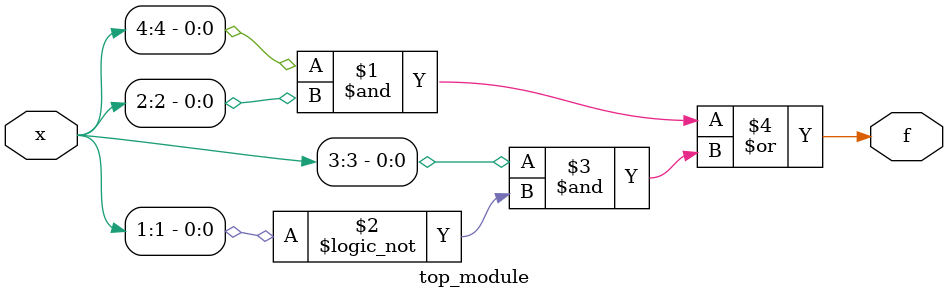
<source format=v>
module top_module (
    input [4:1] x, 
    output f );
    assign f=(x[4]&x[2])|(x[3]&!x[1]);
endmodule

</source>
